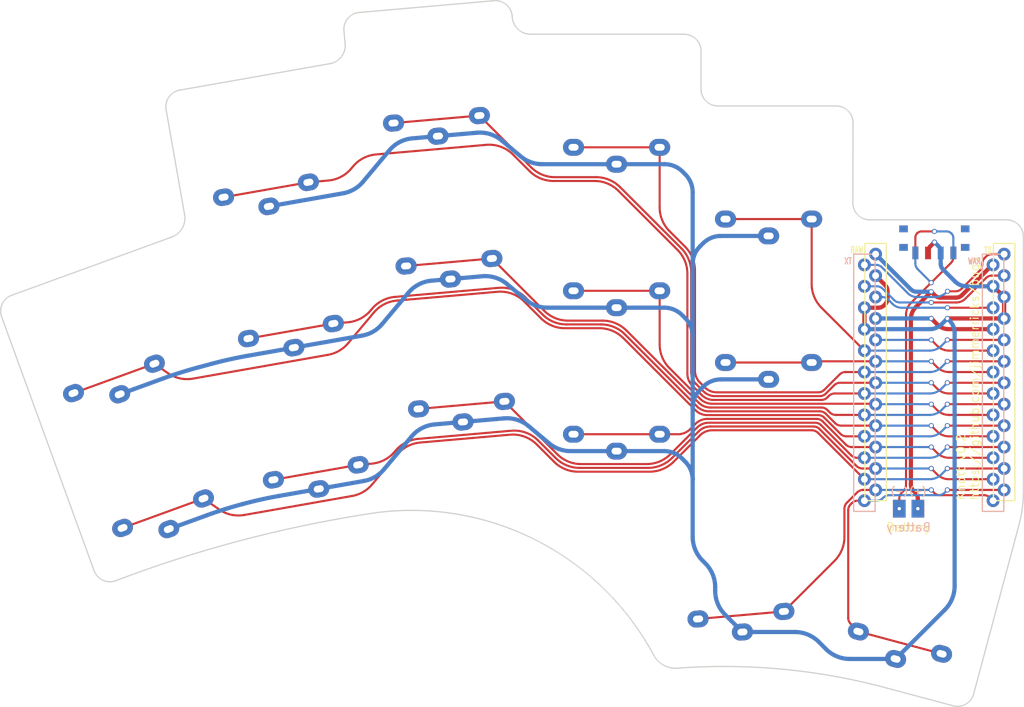
<source format=kicad_pcb>
(kicad_pcb (version 20210722) (generator pcbnew)
  (title_block (title "Knott") (date "2021-08-18") (rev "0.2") (company "jmnw"))
  (layers (0 "F.Cu" signal) (31 "B.Cu" signal) (34 "B.Paste" user) (35 "F.Paste" user) (36 "B.SilkS" user "B.Silkscreen") (37 "F.SilkS" user "F.Silkscreen") (38 "B.Mask" user) (39 "F.Mask" user) (44 "Edge.Cuts" user))
  (net 0 "")
  (net 1 "unconnected-(PSW1-Pad3)")
  (net 2 "switch1")
  (net 3 "switch2")
  (net 4 "switch3")
  (net 5 "switch4")
  (net 6 "switch5")
  (net 7 "switch6")
  (net 8 "switch7")
  (net 9 "switch8")
  (net 10 "switch9")
  (net 11 "switch10")
  (net 12 "switch11")
  (net 13 "switch12")
  (net 14 "switch13")
  (net 15 "switch14")
  (net 16 "switch15")
  (net 17 "unconnected-(U1-Pad22)")
  (net 18 "unconnected-(U1-Pad2)")
  (net 19 "unconnected-(U1-Pad1)")
  (net 20 "GND")
  (net 21 "VCC")
  (net 22 "Net-(BT1-Pad2)")
  (net 23 "raw")
  (net 24 "unconnected-(U1-Pad20)")
  (footprint "knott:Choc_reversible" (layer "F.Cu") (at 37.17001 76.683931 20)
    (fp_text reference "SW1" hide)
    (fp_text value "SW_PUSH" hide)
  )
  (footprint "knott:Choc_reversible" (layer "F.Cu") (at 55.831602 54.15043 10)
    (fp_text reference "SW2" hide)
    (fp_text value "SW_PUSH" hide)
  )
  (footprint "knott:Choc_reversible" (layer "F.Cu") (at 76.356697 45.759427 5)
    (fp_text reference "SW3" hide)
    (fp_text value "SW_PUSH" hide)
  )
  (footprint "knott:Choc_reversible" (layer "F.Cu") (at 98.027038 49.063452)
    (fp_text reference "SW4" hide)
    (fp_text value "SW_PUSH" hide)
  )
  (footprint "knott:Choc_reversible" (layer "F.Cu") (at 116.027041 57.563456)
    (fp_text reference "SW5" hide)
    (fp_text value "SW_PUSH" hide)
  )
  (footprint "knott:Choc_reversible" (layer "F.Cu") (at 42.984354 92.658699 20)
    (fp_text reference "SW6" hide)
    (fp_text value "SW_PUSH" hide)
  )
  (footprint "knott:Choc_reversible" (layer "F.Cu") (at 58.783617 70.892167 10)
    (fp_text reference "SW7" hide)
    (fp_text value "SW_PUSH" hide)
  )
  (footprint "knott:Choc_reversible" (layer "F.Cu") (at 77.838341 62.694735 5)
    (fp_text reference "SW8" hide)
    (fp_text value "SW_PUSH" hide)
  )
  (footprint "knott:Choc_reversible" (layer "F.Cu") (at 98.027045 66.063449)
    (fp_text reference "SW9" hide)
    (fp_text value "SW_PUSH" hide)
  )
  (footprint "knott:Choc_reversible" (layer "F.Cu") (at 116.027045 74.563455)
    (fp_text reference "SW10" hide)
    (fp_text value "SW_PUSH" hide)
  )
  (footprint "knott:Choc_reversible" (layer "F.Cu") (at 61.735635 87.633898 10)
    (fp_text reference "SW11" hide)
    (fp_text value "SW_PUSH" hide)
  )
  (footprint "knott:Choc_reversible" (layer "F.Cu") (at 79.319982 79.630056 5)
    (fp_text reference "SW12" hide)
    (fp_text value "SW_PUSH" hide)
  )
  (footprint "knott:Choc_reversible" (layer "F.Cu") (at 98.027045 83.063451)
    (fp_text reference "SW13" hide)
    (fp_text value "SW_PUSH" hide)
  )
  (footprint "knott:Choc_reversible" (layer "F.Cu") (at 112.415267 104.52259 5)
    (fp_text reference "SW14" hide)
    (fp_text value "SW_PUSH" hide)
  )
  (footprint "knott:Choc_reversible" (layer "F.Cu") (at 132.594999 107.893987 -15)
    (fp_text reference "SW15" hide)
    (fp_text value "SW_PUSH" hide)
  )
  (footprint "knott:ProMicro_reversible" (layer "F.Cu") (at 135.64704 80.101453)
    (fp_text reference "U1" hide)
    (fp_text value "ProMicro")
  )
  (footprint "knott:Battery_pads_reversible" (layer "F.Cu") (at 132.601581 95.786444 180)
    (fp_text reference "BT1" hide)
    (fp_text value "Battery_Cell")
  )
  (footprint "knott:Power_reversible" (layer "F.Cu") (at 135.655523 63.730268 180)
    (fp_text reference "PSW1" hide)
    (fp_text value "SW_SPDT")
  )
  (footprint "kbd:thread_m2" (layer "B.Cu") (at 58.062294 84.028821 -170)
    (fp_text reference "Ref**" hide)
    (fp_text value "Val**" hide)
  )
  (footprint "kbd:thread_m2" (layer "B.Cu") (at 55.108537 67.277234 -170)
    (fp_text reference "Ref**" hide)
    (fp_text value "Val**" hide)
  )
  (footprint "kbd:thread_m2" (layer "B.Cu") (at 113.035518 57.375268 180)
    (fp_text reference "Ref**" hide)
    (fp_text value "Val**" hide)
  )
  (gr_line (start 26.402839 70.49319) (end 45.338862 63.601039) (layer "Edge.Cuts") (width 0.15))
  (gr_arc (start 67.73283 38.975052) (end 67.558521 36.982662) (angle -90) (layer "Edge.Cuts") (width 0.15))
  (gr_line (start 25.207494 73.056614) (end 36.152309 103.127248) (layer "Edge.Cuts") (width 0.15))
  (gr_arc (start 144.19745 63.553053) (end 146.197446 63.553053) (angle -90) (layer "Edge.Cuts") (width 0.15))
  (gr_line (start 108.027064 41.5639) (end 108.027452 46.06305) (layer "Edge.Cuts") (width 0.15))
  (gr_line (start 130.136455 117.069845) (end 137.863858 119.140394) (layer "Edge.Cuts") (width 0.15))
  (gr_line (start 85.664335 37.406246) (end 85.678804 37.571616) (layer "Edge.Cuts") (width 0.15))
  (gr_arc (start 46.650461 48.153193) (end 46.303167 46.183579) (angle -90) (layer "Edge.Cuts") (width 0.15))
  (gr_arc (start 63.706828 40.898553) (end 64.085838 43.048011) (angle -84.99985992) (layer "Edge.Cuts") (width 0.15))
  (gr_line (start 128.001581 61.553052) (end 144.197449 61.553052) (layer "Edge.Cuts") (width 0.15))
  (gr_arc (start 130.939342 93.752496) (end 145.679681 97.702181) (angle -13.99443712) (layer "Edge.Cuts") (width 0.15))
  (gr_arc (start 91.240158 242.202808) (end 38.715733 104.322594) (angle 12.43815469) (layer "Edge.Cuts") (width 0.15))
  (gr_arc (start 110.739225 188.456424) (end 105.273751 114.683629) (angle 19.43846695) (layer "Edge.Cuts") (width 0.15))
  (gr_arc (start 27.086878 72.372575) (end 26.402839 70.49319) (angle -90) (layer "Edge.Cuts") (width 0.15))
  (gr_line (start 110.027453 48.06305) (end 124.027239 48.063268) (layer "Edge.Cuts") (width 0.15))
  (gr_arc (start 138.381497 117.208543) (end 137.863858 119.140394) (angle -90) (layer "Edge.Cuts") (width 0.15))
  (gr_line (start 140.313349 117.726182) (end 145.679681 97.702181) (layer "Edge.Cuts") (width 0.15))
  (gr_arc (start 124.027237 50.063266) (end 126.027238 50.063266) (angle -90) (layer "Edge.Cuts") (width 0.15))
  (gr_arc (start 38.031694 102.443209) (end 36.152309 103.127248) (angle -90) (layer "Edge.Cuts") (width 0.15))
  (gr_line (start 146.197446 63.553053) (end 146.19732 94.02033) (layer "Edge.Cuts") (width 0.15))
  (gr_arc (start 110.027452 46.06305) (end 108.027452 46.06305) (angle -90) (layer "Edge.Cuts") (width 0.15))
  (gr_line (start 87.853117 39.564002) (end 106.027064 39.5639) (layer "Edge.Cuts") (width 0.15))
  (gr_arc (start 105.017338 111.752825) (end 102.434869 113.162152) (angle -66.37745363) (layer "Edge.Cuts") (width 0.15))
  (gr_arc (start 87.853112 37.381388) (end 85.678804 37.571616) (angle -85.00013873) (layer "Edge.Cuts") (width 0.15))
  (gr_line (start 46.870952 60.947386) (end 44.680847 48.500489) (layer "Edge.Cuts") (width 0.15))
  (gr_arc (start 44.523656 61.361276) (end 45.338862 63.601039) (angle -79.99998711) (layer "Edge.Cuts") (width 0.15))
  (gr_arc (start 83.671946 37.580557) (end 85.664335 37.406246) (angle -90) (layer "Edge.Cuts") (width 0.15))
  (gr_arc (start 73.747139 128.531916) (end 69.645953 96.245763) (angle 69.05862332) (layer "Edge.Cuts") (width 0.15))
  (gr_line (start 65.740443 39.149362) (end 65.881141 40.708329) (layer "Edge.Cuts") (width 0.15))
  (gr_line (start 67.558521 36.982662) (end 83.497636 35.588168) (layer "Edge.Cuts") (width 0.15))
  (gr_line (start 46.303167 46.183579) (end 64.085838 43.048011) (layer "Edge.Cuts") (width 0.15))
  (gr_arc (start 106.027064 41.563898) (end 108.027064 41.5639) (angle -90) (layer "Edge.Cuts") (width 0.15))
  (gr_line (start 126.027238 50.063266) (end 126.001582 59.553053) (layer "Edge.Cuts") (width 0.15))
  (gr_arc (start 128.001577 59.553052) (end 126.001582 59.553053) (angle -90) (layer "Edge.Cuts") (width 0.15))
  (gr_text "Knott v0.2\nhttps://github.com/jimmerricks/bugs" (at 139.61 94.87 90) (layer "F.SilkS") (effects (font (size 1 1) (thickness 0.12)) (justify left)))
  (segment (start 133.61055 63.160252) (end 133.635496 63.135299) (width 0.25) (layer "F.Cu") (net 1))
  (segment (start 134.130473 62.930277) (end 135.660528 62.930274) (width 0.25) (layer "F.Cu") (net 1))
  (segment (start 133.405529 65.480274) (end 133.40552 63.655221) (width 0.25) (layer "F.Cu") (net 1))
  (via (at 135.660528 62.930274) (size 0.6) (drill 0.4) (layers "F.Cu" "B.Cu") (net 1))
  (arc (start 133.61055 63.160252) (mid 133.458808 63.387343) (end 133.40552 63.655221) (width 0.25) (layer "F.Cu") (net 1))
  (arc (start 133.635496 63.135299) (mid 133.862591 62.983563) (end 134.130473 62.930277) (width 0.25) (layer "F.Cu") (net 1))
  (segment (start 137.14058 62.930273) (end 135.660528 62.930274) (width 0.25) (layer "B.Cu") (net 1))
  (segment (start 137.905521 65.480275) (end 137.905521 63.695223) (width 0.25) (layer "B.Cu") (net 1))
  (segment (start 137.7005 63.200252) (end 137.635544 63.1353) (width 0.25) (layer "B.Cu") (net 1))
  (arc (start 137.905521 63.695223) (mid 137.852245 63.427342) (end 137.7005 63.200252) (width 0.25) (layer "B.Cu") (net 1))
  (arc (start 137.14058 62.930273) (mid 137.408448 62.983557) (end 137.635544 63.1353) (width 0.25) (layer "B.Cu") (net 1))
  (segment (start 125.249126 87.213453) (end 127.37204 87.213453) (width 0.25) (layer "F.Cu") (net 2))
  (segment (start 43.296318 78.604432) (end 44.874896 79.709758) (width 0.25) (layer "F.Cu") (net 2))
  (segment (start 66.227034 76.184184) (end 69.287837 72.536461) (width 0.25) (layer "F.Cu") (net 2))
  (segment (start 91.908567 74.39971) (end 95.994111 74.39971) (width 0.25) (layer "F.Cu") (net 2))
  (segment (start 143.918445 85.943456) (end 137.195041 85.943453) (width 0.25) (layer "F.Cu") (net 2))
  (segment (start 98.822539 75.571283) (end 107.36259 84.111334) (width 0.25) (layer "F.Cu") (net 2))
  (segment (start 47.863794 80.37238) (end 63.857448 77.552269) (width 0.25) (layer "F.Cu") (net 2))
  (segment (start 33.711463 82.093031) (end 43.296329 78.604423) (width 0.25) (layer "F.Cu") (net 2))
  (segment (start 72.003392 71.122829) (end 83.912248 70.080944) (width 0.25) (layer "F.Cu") (net 2))
  (segment (start 122.611472 84.990013) (end 124.542019 86.92056) (width 0.25) (layer "F.Cu") (net 2))
  (segment (start 87.089295 71.237293) (end 89.080147 73.228138) (width 0.25) (layer "F.Cu") (net 2))
  (segment (start 108.776803 84.69712) (end 121.904365 84.69712) (width 0.25) (layer "F.Cu") (net 2))
  (via (at 137.195041 85.943453) (size 0.6) (drill 0.4) (layers "F.Cu" "B.Cu") (net 2))
  (arc (start 107.36259 84.111334) (mid 108.011436 84.544879) (end 108.776803 84.69712) (width 0.25) (layer "F.Cu") (net 2))
  (arc (start 122.611472 84.990013) (mid 122.287049 84.77324) (end 121.904365 84.69712) (width 0.25) (layer "F.Cu") (net 2))
  (arc (start 124.542019 86.92056) (mid 124.866442 87.137333) (end 125.249126 87.213453) (width 0.25) (layer "F.Cu") (net 2))
  (arc (start 83.912248 70.080944) (mid 85.628949 70.306948) (end 87.089295 71.237293) (width 0.25) (layer "F.Cu") (net 2))
  (arc (start 63.857448 77.552269) (mid 65.162856 77.077134) (end 66.227034 76.184184) (width 0.25) (layer "F.Cu") (net 2))
  (arc (start 95.994111 74.39971) (mid 97.524844 74.704191) (end 98.822539 75.571283) (width 0.25) (layer "F.Cu") (net 2))
  (arc (start 89.080147 73.228138) (mid 90.377841 74.095227) (end 91.908567 74.39971) (width 0.25) (layer "F.Cu") (net 2))
  (arc (start 69.287837 72.536461) (mid 70.505023 71.559569) (end 72.003392 71.122829) (width 0.25) (layer "F.Cu") (net 2))
  (arc (start 44.874896 79.709758) (mid 46.303444 80.338334) (end 47.863794 80.37238) (width 0.25) (layer "F.Cu") (net 2))
  (segment (start 127.372041 87.213455) (end 135.096606 87.213457) (width 0.25) (layer "B.Cu") (net 2))
  (segment (start 136.510818 86.627674) (end 137.195041 85.943453) (width 0.25) (layer "B.Cu") (net 2))
  (arc (start 136.510818 86.627674) (mid 135.861971 87.061218) (end 135.096606 87.213457) (width 0.25) (layer "B.Cu") (net 2))
  (segment (start 98.246901 58.121764) (end 105.238427 65.11329) (width 0.25) (layer "F.Cu") (net 3))
  (segment (start 61.531351 57.105578) (end 63.884509 56.8997) (width 0.25) (layer "F.Cu") (net 3))
  (segment (start 70.339715 53.739162) (end 70.341137 53.740352) (width 0.25) (layer "F.Cu") (net 3))
  (segment (start 70.341137 53.740352) (end 82.589444 52.668762) (width 0.25) (layer "F.Cu") (net 3))
  (segment (start 122.982893 82.606147) (end 123.162694 82.426346) (width 0.25) (layer "F.Cu") (net 3))
  (segment (start 143.918449 80.863448) (end 137.19504 80.863453) (width 0.25) (layer "F.Cu") (net 3))
  (segment (start 106.41 67.941717) (end 106.41 79.787448) (width 0.25) (layer "F.Cu") (net 3))
  (segment (start 123.869801 82.133453) (end 127.37204 82.133453) (width 0.25) (layer "F.Cu") (net 3))
  (segment (start 66.600062 55.486076) (end 66.820738 55.223082) (width 0.25) (layer "F.Cu") (net 3))
  (segment (start 90.548434 56.95019) (end 95.418476 56.950191) (width 0.25) (layer "F.Cu") (net 3))
  (segment (start 109.521593 82.89904) (end 122.275786 82.89904) (width 0.25) (layer "F.Cu") (net 3))
  (segment (start 106.995787 81.201662) (end 108.10738 82.313254) (width 0.25) (layer "F.Cu") (net 3))
  (segment (start 51.486302 58.876788) (end 61.531348 57.10558) (width 0.25) (layer "F.Cu") (net 3))
  (segment (start 69.536298 53.809447) (end 70.339715 53.739162) (width 0.25) (layer "F.Cu") (net 3))
  (segment (start 85.766501 53.825113) (end 87.719999 55.778617) (width 0.25) (layer "F.Cu") (net 3))
  (via (at 137.19504 80.863453) (size 0.6) (drill 0.4) (layers "F.Cu" "B.Cu") (net 3))
  (arc (start 122.275786 82.89904) (mid 122.658469 82.82292) (end 122.982893 82.606147) (width 0.25) (layer "F.Cu") (net 3))
  (arc (start 123.162694 82.426346) (mid 123.487117 82.209573) (end 123.869801 82.133453) (width 0.25) (layer "F.Cu") (net 3))
  (arc (start 66.820738 55.223082) (mid 68.037927 54.246187) (end 69.536298 53.809447) (width 0.25) (layer "F.Cu") (net 3))
  (arc (start 106.995787 81.201662) (mid 106.562241 80.552815) (end 106.41 79.787448) (width 0.25) (layer "F.Cu") (net 3))
  (arc (start 105.238427 65.11329) (mid 106.105518 66.410983) (end 106.41 67.941717) (width 0.25) (layer "F.Cu") (net 3))
  (arc (start 63.884509 56.8997) (mid 65.382881 56.462966) (end 66.600062 55.486076) (width 0.25) (layer "F.Cu") (net 3))
  (arc (start 109.521593 82.89904) (mid 108.756226 82.746799) (end 108.10738 82.313254) (width 0.25) (layer "F.Cu") (net 3))
  (arc (start 82.589444 52.668762) (mid 84.306149 52.894776) (end 85.766501 53.825113) (width 0.25) (layer "F.Cu") (net 3))
  (arc (start 87.719999 55.778617) (mid 89.017694 56.645709) (end 90.548434 56.95019) (width 0.25) (layer "F.Cu") (net 3))
  (arc (start 95.418476 56.950191) (mid 96.949209 57.254671) (end 98.246901 58.121764) (width 0.25) (layer "F.Cu") (net 3))
  (segment (start 127.372049 82.133456) (end 135.096611 82.133451) (width 0.25) (layer "B.Cu") (net 3))
  (segment (start 136.510827 81.547666) (end 137.19504 80.863453) (width 0.25) (layer "B.Cu") (net 3))
  (arc (start 135.096611 82.133451) (mid 135.861977 81.981213) (end 136.510827 81.547666) (width 0.25) (layer "B.Cu") (net 3))
  (segment (start 142.612043 82.133458) (end 137.388465 82.133451) (width 0.25) (layer "F.Cu") (net 4))
  (segment (start 81.77719 49.200097) (end 87.9062 55.329095) (width 0.25) (layer "F.Cu") (net 4))
  (segment (start 135.974251 81.547668) (end 135.290039 80.863456) (width 0.25) (layer "F.Cu") (net 4))
  (segment (start 98.4331 57.672244) (end 98.433099 57.672244) (width 0.25) (layer "F.Cu") (net 4))
  (segment (start 124.504083 80.863453) (end 128.69844 80.863453) (width 0.25) (layer "F.Cu") (net 4))
  (segment (start 122.796695 82.156627) (end 123.796976 81.156346) (width 0.25) (layer "F.Cu") (net 4))
  (segment (start 109.70779 82.44952) (end 122.089588 82.44952) (width 0.25) (layer "F.Cu") (net 4))
  (segment (start 90.734625 56.500672) (end 95.604672 56.500668) (width 0.25) (layer "F.Cu") (net 4))
  (segment (start 107.445307 81.015464) (end 108.293577 81.863734) (width 0.25) (layer "F.Cu") (net 4))
  (segment (start 98.433099 57.672244) (end 105.687947 64.927093) (width 0.25) (layer "F.Cu") (net 4))
  (segment (start 106.85952 67.75552) (end 106.85952 79.60125) (width 0.25) (layer "F.Cu") (net 4))
  (segment (start 71.616008 50.089077) (end 81.777194 49.20009) (width 0.25) (layer "F.Cu") (net 4))
  (via (at 135.290039 80.863456) (size 0.6) (drill 0.4) (layers "F.Cu" "B.Cu") (net 4))
  (arc (start 95.604672 56.500668) (mid 97.135404 56.805155) (end 98.4331 57.672244) (width 0.25) (layer "F.Cu") (net 4))
  (arc (start 87.9062 55.329095) (mid 89.203893 56.196189) (end 90.734625 56.500672) (width 0.25) (layer "F.Cu") (net 4))
  (arc (start 105.687947 64.927093) (mid 106.555038 66.224786) (end 106.85952 67.75552) (width 0.25) (layer "F.Cu") (net 4))
  (arc (start 137.388465 82.133451) (mid 136.623099 81.98121) (end 135.974251 81.547668) (width 0.25) (layer "F.Cu") (net 4))
  (arc (start 109.70779 82.44952) (mid 108.942423 82.297279) (end 108.293577 81.863734) (width 0.25) (layer "F.Cu") (net 4))
  (arc (start 122.796695 82.156627) (mid 122.472272 82.3734) (end 122.089588 82.44952) (width 0.25) (layer "F.Cu") (net 4))
  (arc (start 106.85952 79.60125) (mid 107.011761 80.366617) (end 107.445307 81.015464) (width 0.25) (layer "F.Cu") (net 4))
  (arc (start 123.796976 81.156346) (mid 124.121399 80.939573) (end 124.504083 80.863453) (width 0.25) (layer "F.Cu") (net 4))
  (segment (start 128.698438 80.863456) (end 135.290039 80.863456) (width 0.25) (layer "B.Cu") (net 4))
  (segment (start 107.894827 80.829267) (end 108.479774 81.414214) (width 0.25) (layer "F.Cu") (net 5))
  (segment (start 104.298614 62.902042) (end 106.137468 64.740896) (width 0.25) (layer "F.Cu") (net 5))
  (segment (start 122.610497 81.707107) (end 124.431258 79.886346) (width 0.25) (layer "F.Cu") (net 5))
  (segment (start 104.298614 62.902038) (end 104.298614 62.902042) (width 0.25) (layer "F.Cu") (net 5))
  (segment (start 109.893987 82) (end 121.90339 82) (width 0.25) (layer "F.Cu") (net 5))
  (segment (start 143.918446 78.323455) (end 137.195042 78.323455) (width 0.25) (layer "F.Cu") (net 5))
  (segment (start 107.30904 67.569323) (end 107.30904 79.415053) (width 0.25) (layer "F.Cu") (net 5))
  (segment (start 103.127041 52.963453) (end 103.12704 60.073612) (width 0.25) (layer "F.Cu") (net 5))
  (segment (start 125.138365 79.593453) (end 127.37204 79.593453) (width 0.25) (layer "F.Cu") (net 5))
  (segment (start 92.927038 52.963452) (end 103.127042 52.963454) (width 0.25) (layer "F.Cu") (net 5))
  (via (at 137.195042 78.323455) (size 0.6) (drill 0.4) (layers "F.Cu" "B.Cu") (net 5))
  (arc (start 103.12704 60.073612) (mid 103.431521 61.604346) (end 104.298614 62.902038) (width 0.25) (layer "F.Cu") (net 5))
  (arc (start 107.30904 67.569323) (mid 107.004558 66.03859) (end 106.137468 64.740896) (width 0.25) (layer "F.Cu") (net 5))
  (arc (start 124.431258 79.886346) (mid 124.755681 79.669573) (end 125.138365 79.593453) (width 0.25) (layer "F.Cu") (net 5))
  (arc (start 122.610497 81.707107) (mid 122.286074 81.92388) (end 121.90339 82) (width 0.25) (layer "F.Cu") (net 5))
  (arc (start 107.894827 80.829267) (mid 107.461281 80.18042) (end 107.30904 79.415053) (width 0.25) (layer "F.Cu") (net 5))
  (arc (start 108.479774 81.414214) (mid 109.12862 81.847759) (end 109.893987 82) (width 0.25) (layer "F.Cu") (net 5))
  (segment (start 136.510829 79.007665) (end 137.195042 78.323455) (width 0.25) (layer "B.Cu") (net 5))
  (segment (start 127.372044 79.593452) (end 135.09661 79.593454) (width 0.25) (layer "B.Cu") (net 5))
  (segment (start 137.096616 78.42188) (end 137.195042 78.323455) (width 0.25) (layer "B.Cu") (net 5))
  (arc (start 136.510829 79.007665) (mid 135.861977 79.441215) (end 135.09661 79.593454) (width 0.25) (layer "B.Cu") (net 5))
  (segment (start 143.918445 75.783454) (end 137.195043 75.783451) (width 0.25) (layer "F.Cu") (net 6))
  (segment (start 121.127041 69.1516) (end 121.127041 61.463456) (width 0.25) (layer "F.Cu") (net 6))
  (segment (start 127.37204 77.053453) (end 122.298614 71.980027) (width 0.25) (layer "F.Cu") (net 6))
  (segment (start 110.927041 61.463455) (end 121.127044 61.463456) (width 0.25) (layer "F.Cu") (net 6))
  (via (at 137.195043 75.783451) (size 0.6) (drill 0.4) (layers "F.Cu" "B.Cu") (net 6))
  (arc (start 121.127041 69.1516) (mid 121.431523 70.682334) (end 122.298614 71.980027) (width 0.25) (layer "F.Cu") (net 6))
  (segment (start 136.510827 76.467667) (end 137.195043 75.783451) (width 0.25) (layer "B.Cu") (net 6))
  (segment (start 127.372038 77.053454) (end 135.096617 77.053455) (width 0.25) (layer "B.Cu") (net 6))
  (arc (start 135.096617 77.053455) (mid 135.861978 76.901211) (end 136.510827 76.467667) (width 0.25) (layer "B.Cu") (net 6))
  (segment (start 101.947228 91.39971) (end 93.454904 91.39971) (width 0.25) (layer "F.Cu") (net 7))
  (segment (start 85.39488 87.017244) (end 74.774654 87.946394) (width 0.25) (layer "F.Cu") (net 7))
  (segment (start 39.525803 98.067802) (end 49.110666 94.579191) (width 0.25) (layer "F.Cu") (net 7))
  (segment (start 107.922805 87.080987) (end 104.775655 90.228137) (width 0.25) (layer "F.Cu") (net 7))
  (segment (start 121.86668 86.788093) (end 127.37204 92.293453) (width 0.25) (layer "F.Cu") (net 7))
  (segment (start 50.950122 95.867202) (end 49.110664 94.579198) (width 0.25) (layer "F.Cu") (net 7))
  (segment (start 143.918446 91.023457) (end 137.195046 91.023455) (width 0.25) (layer "F.Cu") (net 7))
  (segment (start 66.710981 94.277782) (end 53.939022 96.529823) (width 0.25) (layer "F.Cu") (net 7))
  (segment (start 90.626475 90.22814) (end 88.57193 88.173593) (width 0.25) (layer "F.Cu") (net 7))
  (segment (start 72.059102 89.36002) (end 69.080567 92.909701) (width 0.25) (layer "F.Cu") (net 7))
  (segment (start 121.159573 86.4952) (end 109.337019 86.4952) (width 0.25) (layer "F.Cu") (net 7))
  (via (at 137.195046 91.023455) (size 0.6) (drill 0.4) (layers "F.Cu" "B.Cu") (net 7))
  (arc (start 93.454904 91.39971) (mid 91.924172 91.095233) (end 90.626475 90.22814) (width 0.25) (layer "F.Cu") (net 7))
  (arc (start 109.337019 86.4952) (mid 108.571652 86.647441) (end 107.922805 87.080987) (width 0.25) (layer "F.Cu") (net 7))
  (arc (start 69.080567 92.909701) (mid 68.016389 93.802653) (end 66.710981 94.277782) (width 0.25) (layer "F.Cu") (net 7))
  (arc (start 74.774654 87.946394) (mid 73.276282 88.383126) (end 72.059102 89.36002) (width 0.25) (layer "F.Cu") (net 7))
  (arc (start 104.775655 90.228137) (mid 103.477962 91.095228) (end 101.947228 91.39971) (width 0.25) (layer "F.Cu") (net 7))
  (arc (start 121.159573 86.4952) (mid 121.542256 86.57132) (end 121.86668 86.788093) (width 0.25) (layer "F.Cu") (net 7))
  (arc (start 53.939022 96.529823) (mid 52.378669 96.495777) (end 50.950122 95.867202) (width 0.25) (layer "F.Cu") (net 7))
  (arc (start 88.57193 88.173593) (mid 87.111584 87.243249) (end 85.39488 87.017244) (width 0.25) (layer "F.Cu") (net 7))
  (segment (start 127.372043 92.293453) (end 135.096621 92.293454) (width 0.25) (layer "B.Cu") (net 7))
  (segment (start 136.510836 91.707665) (end 137.195046 91.023455) (width 0.25) (layer "B.Cu") (net 7))
  (arc (start 135.096621 92.293454) (mid 135.861989 92.141215) (end 136.510836 91.707665) (width 0.25) (layer "B.Cu") (net 7))
  (segment (start 68.91311 72.283711) (end 69.065704 72.101857) (width 0.25) (layer "F.Cu") (net 8))
  (segment (start 64.48336 73.847308) (end 66.197558 73.697338) (width 0.25) (layer "F.Cu") (net 8))
  (segment (start 87.25637 70.768644) (end 89.266341 72.778619) (width 0.25) (layer "F.Cu") (net 8))
  (segment (start 122.79767 84.540493) (end 123.907737 85.65056) (width 0.25) (layer "F.Cu") (net 8))
  (segment (start 92.09477 73.95019) (end 96.180305 73.950189) (width 0.25) (layer "F.Cu") (net 8))
  (segment (start 54.43833 75.618519) (end 64.483364 73.847303) (width 0.25) (layer "F.Cu") (net 8))
  (segment (start 108.962997 84.2476) (end 122.090563 84.2476) (width 0.25) (layer "F.Cu") (net 8))
  (segment (start 124.614844 85.943453) (end 128.69844 85.943453) (width 0.25) (layer "F.Cu") (net 8))
  (segment (start 135.974255 86.627662) (end 135.290044 85.943454) (width 0.25) (layer "F.Cu") (net 8))
  (segment (start 99.008732 75.121762) (end 107.548784 83.661814) (width 0.25) (layer "F.Cu") (net 8))
  (segment (start 71.781254 70.688237) (end 84.079322 69.612296) (width 0.25) (layer "F.Cu") (net 8))
  (segment (start 142.612046 87.213455) (end 137.388466 87.213449) (width 0.25) (layer "F.Cu") (net 8))
  (via (at 135.290044 85.943454) (size 0.6) (drill 0.4) (layers "F.Cu" "B.Cu") (net 8))
  (arc (start 69.065704 72.101857) (mid 70.282886 71.124965) (end 71.781254 70.688237) (width 0.25) (layer "F.Cu") (net 8))
  (arc (start 107.548784 83.661814) (mid 108.19763 84.095359) (end 108.962997 84.2476) (width 0.25) (layer "F.Cu") (net 8))
  (arc (start 122.79767 84.540493) (mid 122.473247 84.32372) (end 122.090563 84.2476) (width 0.25) (layer "F.Cu") (net 8))
  (arc (start 84.079322 69.612296) (mid 85.796019 69.838304) (end 87.25637 70.768644) (width 0.25) (layer "F.Cu") (net 8))
  (arc (start 135.974255 86.627662) (mid 136.623098 87.061211) (end 137.388466 87.213449) (width 0.25) (layer "F.Cu") (net 8))
  (arc (start 96.180305 73.950189) (mid 97.711039 74.25467) (end 99.008732 75.121762) (width 0.25) (layer "F.Cu") (net 8))
  (arc (start 89.266341 72.778619) (mid 90.564035 73.645711) (end 92.09477 73.95019) (width 0.25) (layer "F.Cu") (net 8))
  (arc (start 123.907737 85.65056) (mid 124.23216 85.867333) (end 124.614844 85.943453) (width 0.25) (layer "F.Cu") (net 8))
  (arc (start 66.197558 73.697338) (mid 67.69593 73.260601) (end 68.91311 72.283711) (width 0.25) (layer "F.Cu") (net 8))
  (segment (start 128.698445 85.943454) (end 135.290044 85.943454) (width 0.25) (layer "B.Cu") (net 8))
  (segment (start 99.194941 74.672246) (end 107.734989 83.212294) (width 0.25) (layer "F.Cu") (net 9))
  (segment (start 123.980562 84.673453) (end 127.37204 84.673453) (width 0.25) (layer "F.Cu") (net 9))
  (segment (start 83.25884 66.1354) (end 89.452535 72.3291) (width 0.25) (layer "F.Cu") (net 9))
  (segment (start 73.097651 67.02439) (end 83.25884 66.135406) (width 0.25) (layer "F.Cu") (net 9))
  (segment (start 143.918445 83.403452) (end 137.195041 83.403456) (width 0.25) (layer "F.Cu") (net 9))
  (segment (start 122.983868 84.090973) (end 123.273455 84.38056) (width 0.25) (layer "F.Cu") (net 9))
  (segment (start 109.149202 83.79808) (end 122.276761 83.79808) (width 0.25) (layer "F.Cu") (net 9))
  (segment (start 92.280961 73.500674) (end 96.366516 73.500676) (width 0.25) (layer "F.Cu") (net 9))
  (via (at 137.195041 83.403456) (size 0.6) (drill 0.4) (layers "F.Cu" "B.Cu") (net 9))
  (arc (start 107.734989 83.212294) (mid 108.383835 83.645839) (end 109.149202 83.79808) (width 0.25) (layer "F.Cu") (net 9))
  (arc (start 96.366516 73.500676) (mid 97.897248 73.805154) (end 99.194941 74.672246) (width 0.25) (layer "F.Cu") (net 9))
  (arc (start 122.983868 84.090973) (mid 122.659445 83.8742) (end 122.276761 83.79808) (width 0.25) (layer "F.Cu") (net 9))
  (arc (start 89.452535 72.3291) (mid 90.750232 73.196189) (end 92.280961 73.500674) (width 0.25) (layer "F.Cu") (net 9))
  (arc (start 123.273455 84.38056) (mid 123.597878 84.597333) (end 123.980562 84.673453) (width 0.25) (layer "F.Cu") (net 9))
  (segment (start 136.510825 84.087667) (end 137.195041 83.403456) (width 0.25) (layer "B.Cu") (net 9))
  (segment (start 127.372039 84.673444) (end 135.096611 84.673455) (width 0.25) (layer "B.Cu") (net 9))
  (segment (start 137.096616 83.501878) (end 137.195041 83.403456) (width 0.25) (layer "B.Cu") (net 9))
  (arc (start 135.096611 84.673455) (mid 135.861979 84.521211) (end 136.510825 84.087667) (width 0.25) (layer "B.Cu") (net 9))
  (segment (start 104.29862 79.140211) (end 107.921183 82.762774) (width 0.25) (layer "F.Cu") (net 10))
  (segment (start 109.335396 83.34856) (end 128.643547 83.34856) (width 0.25) (layer "F.Cu") (net 10))
  (segment (start 142.61204 84.673456) (end 137.388468 84.673452) (width 0.25) (layer "F.Cu") (net 10))
  (segment (start 135.974256 84.087666) (end 135.290043 83.403452) (width 0.25) (layer "F.Cu") (net 10))
  (segment (start 104.298619 79.140211) (end 104.29862 79.140211) (width 0.25) (layer "F.Cu") (net 10))
  (segment (start 103.127046 76.311784) (end 103.127047 69.96345) (width 0.25) (layer "F.Cu") (net 10))
  (segment (start 92.927035 69.963452) (end 103.127053 69.963454) (width 0.25) (layer "F.Cu") (net 10))
  (via (at 135.290043 83.403452) (size 0.6) (drill 0.4) (layers "F.Cu" "B.Cu") (net 10))
  (arc (start 107.921183 82.762774) (mid 108.570029 83.196319) (end 109.335396 83.34856) (width 0.25) (layer "F.Cu") (net 10))
  (arc (start 137.388468 84.673452) (mid 136.623103 84.521209) (end 135.974256 84.087666) (width 0.25) (layer "F.Cu") (net 10))
  (arc (start 104.298619 79.140211) (mid 103.431527 77.842518) (end 103.127046 76.311784) (width 0.25) (layer "F.Cu") (net 10))
  (segment (start 128.698447 83.403452) (end 135.290043 83.403452) (width 0.25) (layer "B.Cu") (net 10))
  (segment (start 142.61204 79.593457) (end 137.388476 79.593457) (width 0.25) (layer "F.Cu") (net 11))
  (segment (start 110.927048 78.463452) (end 121.127043 78.463453) (width 0.25) (layer "F.Cu") (net 11))
  (segment (start 121.267047 78.323453) (end 121.127045 78.463455) (width 0.25) (layer "F.Cu") (net 11))
  (segment (start 135.974264 79.007667) (end 135.290047 78.323454) (width 0.25) (layer "F.Cu") (net 11))
  (segment (start 128.69844 78.323453) (end 121.267047 78.323453) (width 0.25) (layer "F.Cu") (net 11))
  (via (at 135.290047 78.323454) (size 0.6) (drill 0.4) (layers "F.Cu" "B.Cu") (net 11))
  (arc (start 137.388476 79.593457) (mid 136.623108 79.441212) (end 135.974264 79.007667) (width 0.25) (layer "F.Cu") (net 11))
  (segment (start 128.698441 78.323452) (end 135.290047 78.323454) (width 0.25) (layer "B.Cu") (net 11))
  (segment (start 71.744156 89.036023) (end 71.837941 88.924257) (width 0.25) (layer "F.Cu") (net 12))
  (segment (start 127.151972 91.023453) (end 128.69844 91.023453) (width 0.25) (layer "F.Cu") (net 12))
  (segment (start 57.390345 92.360255) (end 67.435383 90.589039) (width 0.25) (layer "F.Cu") (net 12))
  (segment (start 74.55349 87.510633) (end 85.560962 86.547603) (width 0.25) (layer "F.Cu") (net 12))
  (segment (start 135.974256 91.70767) (end 135.290044 91.023458) (width 0.25) (layer "F.Cu") (net 12))
  (segment (start 67.435382 90.589041) (end 69.028606 90.449654) (width 0.25) (layer "F.Cu") (net 12))
  (segment (start 93.641098 90.950191) (end 101.76103 90.950191) (width 0.25) (layer "F.Cu") (net 12))
  (segment (start 122.052878 86.338573) (end 126.444865 90.73056) (width 0.25) (layer "F.Cu") (net 12))
  (segment (start 88.73801 87.703955) (end 90.812673 89.778616) (width 0.25) (layer "F.Cu") (net 12))
  (segment (start 104.589457 89.778618) (end 107.736609 86.631466) (width 0.25) (layer "F.Cu") (net 12))
  (segment (start 142.612047 92.293455) (end 137.388469 92.293455) (width 0.25) (layer "F.Cu") (net 12))
  (segment (start 109.150822 86.04568) (end 121.345771 86.04568) (width 0.25) (layer "F.Cu") (net 12))
  (segment (start 135.290044 91.023458) (end 135.388473 91.121877) (width 0.25) (layer "F.Cu") (net 12))
  (via (at 135.290044 91.023458) (size 0.6) (drill 0.4) (layers "F.Cu" "B.Cu") (net 12))
  (arc (start 85.560962 86.547603) (mid 87.277659 86.773612) (end 88.73801 87.703955) (width 0.25) (layer "F.Cu") (net 12))
  (arc (start 122.052878 86.338573) (mid 121.728455 86.1218) (end 121.345771 86.04568) (width 0.25) (layer "F.Cu") (net 12))
  (arc (start 90.812673 89.778616) (mid 92.110367 90.645706) (end 93.641098 90.950191) (width 0.25) (layer "F.Cu") (net 12))
  (arc (start 71.837941 88.924257) (mid 73.055118 87.947366) (end 74.55349 87.510633) (width 0.25) (layer "F.Cu") (net 12))
  (arc (start 101.76103 90.950191) (mid 103.291764 90.645709) (end 104.589457 89.778618) (width 0.25) (layer "F.Cu") (net 12))
  (arc (start 127.151972 91.023453) (mid 126.769289 90.947333) (end 126.444865 90.73056) (width 0.25) (layer "F.Cu") (net 12))
  (arc (start 137.388469 92.293455) (mid 136.6231 92.141211) (end 135.974256 91.70767) (width 0.25) (layer "F.Cu") (net 12))
  (arc (start 69.028606 90.449654) (mid 70.526974 90.012921) (end 71.744156 89.036023) (width 0.25) (layer "F.Cu") (net 12))
  (arc (start 109.150822 86.04568) (mid 108.385455 86.197921) (end 107.736609 86.631466) (width 0.25) (layer "F.Cu") (net 12))
  (segment (start 128.698446 91.023456) (end 135.290044 91.023458) (width 0.25) (layer "B.Cu") (net 12))
  (segment (start 143.918443 88.483459) (end 137.19504 88.483459) (width 0.25) (layer "F.Cu") (net 13))
  (segment (start 121.531969 85.59616) (end 108.964625 85.59616) (width 0.25) (layer "F.Cu") (net 13))
  (segment (start 101.574831 90.500672) (end 93.827297 90.500672) (width 0.25) (layer "F.Cu") (net 13))
  (segment (start 125.810583 89.46056) (end 122.239076 85.889053) (width 0.25) (layer "F.Cu") (net 13))
  (segment (start 107.550412 86.181946) (end 104.403258 89.329099) (width 0.25) (layer "F.Cu") (net 13))
  (segment (start 74.579296 83.959701) (end 84.740477 83.070713) (width 0.25) (layer "F.Cu") (net 13))
  (segment (start 90.998864 89.329099) (end 84.740482 83.070717) (width 0.25) (layer "F.Cu") (net 13))
  (segment (start 127.37204 89.753453) (end 126.51769 89.753453) (width 0.25) (layer "F.Cu") (net 13))
  (segment (start 90.998868 89.3291) (end 90.998864 89.329099) (width 0.25) (layer "F.Cu") (net 13))
  (via (at 137.19504 88.483459) (size 0.6) (drill 0.4) (layers "F.Cu" "B.Cu") (net 13))
  (arc (start 101.574831 90.500672) (mid 103.105565 90.19619) (end 104.403258 89.329099) (width 0.25) (layer "F.Cu") (net 13))
  (arc (start 125.810583 89.46056) (mid 126.135006 89.677333) (end 126.51769 89.753453) (width 0.25) (layer "F.Cu") (net 13))
  (arc (start 93.827297 90.500672) (mid 92.296563 90.196191) (end 90.998868 89.3291) (width 0.25) (layer "F.Cu") (net 13))
  (arc (start 107.550412 86.181946) (mid 108.199258 85.748401) (end 108.964625 85.59616) (width 0.25) (layer "F.Cu") (net 13))
  (arc (start 122.239076 85.889053) (mid 121.914653 85.67228) (end 121.531969 85.59616) (width 0.25) (layer "F.Cu") (net 13))
  (segment (start 127.372042 89.753449) (end 135.096619 89.753452) (width 0.25) (layer "B.Cu") (net 13))
  (segment (start 136.510834 89.167663) (end 137.19504 88.483459) (width 0.25) (layer "B.Cu") (net 13))
  (arc (start 135.096619 89.753452) (mid 135.861985 89.601211) (end 136.510834 89.167663) (width 0.25) (layer "B.Cu") (net 13))
  (segment (start 121.718167 85.14664) (end 108.778427 85.14664) (width 0.25) (layer "F.Cu") (net 14))
  (segment (start 125.176301 88.19056) (end 122.425274 85.439533) (width 0.25) (layer "F.Cu") (net 14))
  (segment (start 128.69844 88.483453) (end 125.883408 88.483453) (width 0.25) (layer "F.Cu") (net 14))
  (segment (start 135.974258 89.167664) (end 135.290045 88.483451) (width 0.25) (layer "F.Cu") (net 14))
  (segment (start 135.290045 88.483451) (end 135.388468 88.581882) (width 0.25) (layer "F.Cu") (net 14))
  (segment (start 105.304762 86.963451) (end 103.127045 86.963451) (width 0.25) (layer "F.Cu") (net 14))
  (segment (start 92.927038 86.96346) (end 103.127037 86.96345) (width 0.25) (layer "F.Cu") (net 14))
  (segment (start 107.364213 85.732427) (end 106.718975 86.377665) (width 0.25) (layer "F.Cu") (net 14))
  (segment (start 142.612041 89.753451) (end 137.388472 89.753453) (width 0.25) (layer "F.Cu") (net 14))
  (via (at 135.290045 88.483451) (size 0.6) (drill 0.4) (layers "F.Cu" "B.Cu") (net 14))
  (arc (start 125.883408 88.483453) (mid 125.500725 88.407333) (end 125.176301 88.19056) (width 0.25) (layer "F.Cu") (net 14))
  (arc (start 106.718975 86.377665) (mid 106.070129 86.81121) (end 105.304762 86.963451) (width 0.25) (layer "F.Cu") (net 14))
  (arc (start 137.388472 89.753453) (mid 136.623104 89.60121) (end 135.974258 89.167664) (width 0.25) (layer "F.Cu") (net 14))
  (arc (start 107.364213 85.732427) (mid 108.01306 85.298881) (end 108.778427 85.14664) (width 0.25) (layer "F.Cu") (net 14))
  (arc (start 121.718167 85.14664) (mid 122.10085 85.22276) (end 122.425274 85.439533) (width 0.25) (layer "F.Cu") (net 14))
  (segment (start 128.698443 88.483453) (end 135.290045 88.483451) (width 0.25) (layer "B.Cu") (net 14))
  (segment (start 125.298352 95.078071) (end 126.520076 93.856347) (width 0.25) (layer "F.Cu") (net 15))
  (segment (start 127.227183 93.56345) (end 128.698441 93.563452) (width 0.25) (layer "F.Cu") (net 15))
  (segment (start 117.835767 107.963253) (end 123.833887 101.965138) (width 0.25) (layer "F.Cu") (net 15))
  (segment (start 135.329259 93.602671) (end 135.290038 93.563453) (width 0.25) (layer "F.Cu") (net 15))
  (segment (start 125.005459 99.136711) (end 125.005459 95.785178) (width 0.25) (layer "F.Cu") (net 15))
  (segment (start 107.674586 108.852249) (end 117.835767 107.963253) (width 0.25) (layer "F.Cu") (net 15))
  (segment (start 136.329252 94.18845) (end 141.552825 94.188456) (width 0.25) (layer "F.Cu") (net 15))
  (segment (start 142.61204 94.833454) (end 142.259937 94.481348) (width 0.25) (layer "F.Cu") (net 15))
  (segment (start 135.622145 93.895556) (end 135.290038 93.563453) (width 0.25) (layer "F.Cu") (net 15))
  (segment (start 127.227182 93.563455) (end 127.227183 93.56345) (width 0.25) (layer "F.Cu") (net 15))
  (via (at 135.290038 93.563453) (size 0.6) (drill 0.4) (layers "F.Cu" "B.Cu") (net 15))
  (arc (start 136.329252 94.18845) (mid 135.946569 94.112331) (end 135.622145 93.895556) (width 0.25) (layer "F.Cu") (net 15))
  (arc (start 126.520076 93.856347) (mid 126.844498 93.639573) (end 127.227182 93.563455) (width 0.25) (layer "F.Cu") (net 15))
  (arc (start 125.005459 95.785178) (mid 125.081579 95.402495) (end 125.298352 95.078071) (width 0.25) (layer "F.Cu") (net 15))
  (arc (start 123.833887 101.965138) (mid 124.700979 100.667448) (end 125.005459 99.136711) (width 0.25) (layer "F.Cu") (net 15))
  (arc (start 142.259937 94.481348) (mid 141.935514 94.264569) (end 141.552825 94.188456) (width 0.25) (layer "F.Cu") (net 15))
  (segment (start 128.698441 93.56345) (end 135.290038 93.563453) (width 0.25) (layer "B.Cu") (net 15))
  (segment (start 126.65938 110.34112) (end 126.4179 110.276414) (width 0.25) (layer "F.Cu") (net 16))
  (segment (start 143.918451 93.563451) (end 137.195041 93.56345) (width 0.25) (layer "F.Cu") (net 16))
  (segment (start 125.454979 108.722502) (end 125.454983 108.722506) (width 0.25) (layer "F.Cu") (net 16))
  (segment (start 125.747871 109.429617) (end 126.659382 110.341119) (width 0.25) (layer "F.Cu") (net 16))
  (segment (start 126.003073 109.684808) (end 126.659382 110.341121) (width 0.25) (layer "F.Cu") (net 16))
  (segment (start 125.454979 95.971376) (end 125.454979 108.722502) (width 0.25) (layer "F.Cu") (net 16))
  (segment (start 127.37204 94.833453) (end 126.592902 94.833453) (width 0.25) (layer "F.Cu") (net 16))
  (segment (start 126.659379 110.341126) (end 136.511821 112.981073) (width 0.25) (layer "F.Cu") (net 16))
  (segment (start 125.885795 95.126346) (end 125.747872 95.264269) (width 0.25) (layer "F.Cu") (net 16))
  (via (at 137.195041 93.56345) (size 0.6) (drill 0.4) (layers "F.Cu" "B.Cu") (net 16))
  (arc (start 125.885795 95.126346) (mid 126.210218 94.909573) (end 126.592902 94.833453) (width 0.25) (layer "F.Cu") (net 16))
  (arc (start 125.747871 109.429617) (mid 125.531101 109.105189) (end 125.454983 108.722506) (width 0.25) (layer "F.Cu") (net 16))
  (arc (start 125.747872 95.264269) (mid 125.531099 95.588692) (end 125.454979 95.971376) (width 0.25) (layer "F.Cu") (net 16))
  (segment (start 136.155819 94.188457) (end 130.316497 94.188461) (width 0.25) (layer "B.Cu") (net 16))
  (segment (start 127.372038 94.833452) (end 128.843059 94.833458) (width 0.25) (layer "B.Cu") (net 16))
  (segment (start 129.550176 94.540559) (end 129.609382 94.481351) (width 0.25) (layer "B.Cu") (net 16))
  (segment (start 136.862928 93.895568) (end 137.195041 93.56345) (width 0.25) (layer "B.Cu") (net 16))
  (segment (start 137.155825 93.602665) (end 137.195041 93.56345) (width 0.25) (layer "B.Cu") (net 16))
  (segment (start 130.316497 94.188461) (end 130.316489 94.188448) (width 0.25) (layer "B.Cu") (net 16))
  (arc (start 136.155819 94.188457) (mid 136.538503 94.112335) (end 136.862928 93.895568) (width 0.25) (layer "B.Cu") (net 16))
  (arc (start 129.550176 94.540559) (mid 129.225743 94.757337) (end 128.843059 94.833458) (width 0.25) (layer "B.Cu") (net 16))
  (arc (start 129.609382 94.481351) (mid 129.933812 94.264573) (end 130.316489 94.188448) (width 0.25) (layer "B.Cu") (net 16))
  (segment (start 137.197345 71.973457) (end 142.612037 71.973458) (width 0.25) (layer "F.Cu") (net 17))
  (via (at 137.197345 71.973457) (size 0.6) (drill 0.4) (layers "F.Cu" "B.Cu") (net 17))
  (segment (start 131.783458 71.973455) (end 137.197345 71.973457) (width 0.25) (layer "B.Cu") (net 17))
  (segment (start 128.698442 70.703452) (end 129.477921 70.703452) (width 0.25) (layer "B.Cu") (net 17))
  (segment (start 128.796869 70.801882) (end 128.698446 70.703447) (width 0.25) (layer "B.Cu") (net 17))
  (segment (start 130.185029 70.996349) (end 130.722793 71.534117) (width 0.25) (layer "B.Cu") (net 17))
  (arc (start 131.783458 71.973455) (mid 131.209429 71.859277) (end 130.722793 71.534117) (width 0.25) (layer "B.Cu") (net 17))
  (arc (start 129.477921 70.703452) (mid 129.860602 70.779573) (end 130.185029 70.996349) (width 0.25) (layer "B.Cu") (net 17))
  (segment (start 135.290528 71.348954) (end 138.256879 71.34895) (width 0.25) (layer "F.Cu") (net 18))
  (segment (start 142.477916 68.163455) (end 143.918443 68.163453) (width 0.25) (layer "F.Cu") (net 18))
  (segment (start 139.317538 70.90961) (end 141.770805 68.456344) (width 0.25) (layer "F.Cu") (net 18))
  (via (at 135.290528 71.348954) (size 0.6) (drill 0.4) (layers "F.Cu" "B.Cu") (net 18))
  (arc (start 138.256879 71.34895) (mid 138.830908 71.234772) (end 139.317538 70.90961) (width 0.25) (layer "F.Cu") (net 18))
  (arc (start 141.770805 68.456344) (mid 142.095232 68.239576) (end 142.477916 68.163455) (width 0.25) (layer "F.Cu") (net 18))
  (segment (start 130.880457 71.056059) (end 129.550749 69.726345) (width 0.25) (layer "B.Cu") (net 18))
  (segment (start 135.290528 71.348954) (end 131.587568 71.348952) (width 0.25) (layer "B.Cu") (net 18))
  (segment (start 128.843637 69.433452) (end 127.372042 69.433453) (width 0.25) (layer "B.Cu") (net 18))
  (arc (start 128.843637 69.433452) (mid 129.22632 69.509572) (end 129.550749 69.726345) (width 0.25) (layer "B.Cu") (net 18))
  (arc (start 131.587568 71.348952) (mid 131.204882 71.272834) (end 130.880457 71.056059) (width 0.25) (layer "B.Cu") (net 18))
  (segment (start 141.038801 67.559498) (end 141.038818 67.559498) (width 0.25) (layer "F.Cu") (net 19))
  (segment (start 137.210527 70.024937) (end 138.159153 70.024937) (width 0.25) (layer "F.Cu") (net 19))
  (segment (start 142.480345 65.623454) (end 143.918438 65.623453) (width 0.25) (layer "F.Cu") (net 19))
  (segment (start 141.331704 66.852386) (end 141.33171 66.772093) (width 0.25) (layer "F.Cu") (net 19))
  (segment (start 138.866255 69.73204) (end 141.038801 67.559498) (width 0.25) (layer "F.Cu") (net 19))
  (segment (start 137.210524 70.024934) (end 137.210527 70.024937) (width 0.25) (layer "F.Cu") (net 19))
  (segment (start 141.624597 66.064985) (end 141.773232 65.916343) (width 0.25) (layer "F.Cu") (net 19))
  (via (at 137.210524 70.024934) (size 0.6) (drill 0.4) (layers "F.Cu" "B.Cu") (net 19))
  (arc (start 138.159153 70.024937) (mid 138.541827 69.94881) (end 138.866255 69.73204) (width 0.25) (layer "F.Cu") (net 19))
  (arc (start 141.33171 66.772093) (mid 141.407824 66.389412) (end 141.624597 66.064985) (width 0.25) (layer "F.Cu") (net 19))
  (arc (start 141.038818 67.559498) (mid 141.255582 67.235069) (end 141.331704 66.852386) (width 0.25) (layer "F.Cu") (net 19))
  (arc (start 141.773232 65.916343) (mid 142.097657 65.699578) (end 142.480345 65.623454) (width 0.25) (layer "F.Cu") (net 19))
  (segment (start 134.757378 70.700278) (end 133.584095 70.700283) (width 0.25) (layer "B.Cu") (net 19))
  (segment (start 132.523432 70.260935) (end 129.448836 67.186346) (width 0.25) (layer "B.Cu") (net 19))
  (segment (start 135.706758 70.700273) (end 134.757378 70.700278) (width 0.25) (layer "B.Cu") (net 19))
  (segment (start 128.741731 66.893454) (end 127.37204 66.893449) (width 0.25) (layer "B.Cu") (net 19))
  (arc (start 129.448836 67.186346) (mid 129.124418 66.969575) (end 128.741731 66.893454) (width 0.25) (layer "B.Cu") (net 19))
  (arc (start 132.523432 70.260935) (mid 133.010065 70.586097) (end 133.584095 70.700283) (width 0.25) (layer "B.Cu") (net 19))
  (arc (start 137.120971 70.114492) (mid 136.47212 70.548033) (end 135.706758 70.700273) (width 0.25) (layer "B.Cu") (net 19))
  (segment (start 127.372039 74.513462) (end 127.372035 71.973452) (width 0.5) (layer "F.Cu") (net 20))
  (segment (start 129.818812 71.580773) (end 129.719019 71.680559) (width 0.5) (layer "F.Cu") (net 20))
  (segment (start 129.011911 71.973453) (end 127.372043 71.973452) (width 0.5) (layer "F.Cu") (net 20))
  (segment (start 142.612038 69.433457) (end 142.648441 69.433453) (width 0.5) (layer "F.Cu") (net 20))
  (segment (start 134.90553 65.480275) (end 134.905526 65.37949) (width 0.5) (layer "F.Cu") (net 20))
  (segment (start 130.111703 69.990932) (end 130.111696 70.87367) (width 0.5) (layer "F.Cu") (net 20))
  (segment (start 135.198418 64.67238) (end 135.670528 64.200278) (width 0.5) (layer "F.Cu") (net 20))
  (segment (start 143.918443 73.243455) (end 143.918436 70.703455) (width 0.5) (layer "F.Cu") (net 20))
  (segment (start 143.91844 73.243453) (end 137.195043 73.243454) (width 0.5) (layer "F.Cu") (net 20))
  (segment (start 142.648441 69.433453) (end 143.918436 70.703455) (width 0.5) (layer "F.Cu") (net 20))
  (segment (start 128.69844 68.163448) (end 129.818808 69.283821) (width 0.5) (layer "F.Cu") (net 20))
  (via (at 137.195043 73.243454) (size 0.6) (drill 0.4) (layers "F.Cu" "B.Cu") (net 20))
  (via (at 135.670528 64.200278) (size 0.6) (drill 0.4) (layers "F.Cu" "B.Cu") (net 20))
  (arc (start 130.111703 69.990932) (mid 130.035582 69.608243) (end 129.818808 69.283821) (width 0.5) (layer "F.Cu") (net 20))
  (arc (start 129.818812 71.580773) (mid 130.035582 71.256345) (end 130.111696 70.87367) (width 0.5) (layer "F.Cu") (net 20))
  (arc (start 129.719019 71.680559) (mid 129.394593 71.897333) (end 129.011911 71.973453) (width 0.5) (layer "F.Cu") (net 20))
  (arc (start 134.905526 65.37949) (mid 134.981641 64.996806) (end 135.198418 64.67238) (width 0.5) (layer "F.Cu") (net 20))
  (segment (start 107.915607 64.691146) (end 108.264618 64.342134) (width 0.5) (layer "B.Cu") (net 20))
  (segment (start 130.99372 113.635813) (end 131.067959 113.592949) (width 0.25) (layer "B.Cu") (net 20))
  (segment (start 138.090332 68.84767) (end 136.698414 67.455743) (width 0.5) (layer "B.Cu") (net 20))
  (segment (start 108.264612 81.342138) (end 107.915606 81.691147) (width 0.5) (layer "B.Cu") (net 20))
  (segment (start 136.884973 107.775941) (end 131.067964 113.59295) (width 0.5) (layer "B.Cu") (net 20))
  (segment (start 142.38432 69.661179) (end 142.612042 69.433453) (width 0.5) (layer "B.Cu") (net 20))
  (segment (start 138.05655 74.933385) (end 138.056546 104.947513) (width 0.5) (layer "B.Cu") (net 20))
  (segment (start 65.625818 58.414468) (end 56.856117 59.960803) (width 0.5) (layer "B.Cu") (net 20))
  (segment (start 79.834209 85.507597) (end 84.687165 85.083016) (width 0.5) (layer "B.Cu") (net 20))
  (segment (start 136.405519 65.480272) (end 136.405523 65.48027) (width 0.5) (layer "B.Cu") (net 20))
  (segment (start 87.271503 71.027628) (end 85.048719 69.162495) (width 0.5) (layer "B.Cu") (net 20))
  (segment (start 105.784223 72.842128) (end 106.158239 73.21615) (width 0.5) (layer "B.Cu") (net 20))
  (segment (start 76.870913 51.636976) (end 73.841413 51.90202) (width 0.5) (layer "B.Cu") (net 20))
  (segment (start 54.390325 77.657837) (end 59.80814 76.70253) (width 0.5) (layer "B.Cu") (net 20))
  (segment (start 107.03692 83.812471) (end 107.036924 75.337473) (width 0.5) (layer "B.Cu") (net 20))
  (segment (start 44.335902 80.351912) (end 40.846756 81.621858) (width 0.5) (layer "B.Cu") (net 20))
  (segment (start 87.606938 86.00362) (end 90.019068 88.027636) (width 0.5) (layer "B.Cu") (net 20))
  (segment (start 107.036923 92.337473) (end 107.036923 99.110644) (width 0.5) (layer "B.Cu") (net 20))
  (segment (start 76.10383 68.769024) (end 78.352562 68.57228) (width 0.5) (layer "B.Cu") (net 20))
  (segment (start 98.027042 71.963452) (end 103.662906 71.963449) (width 0.5) (layer "B.Cu") (net 20))
  (segment (start 76.478406 85.801192) (end 79.834209 85.507597) (width 0.5) (layer "B.Cu") (net 20))
  (segment (start 136.405518 66.748633) (end 136.405523 66.748628) (width 0.5) (layer "B.Cu") (net 20))
  (segment (start 116.027037 80.463451) (end 110.385938 80.463456) (width 0.5) (layer "B.Cu") (net 20))
  (segment (start 135.096619 74.513453) (end 127.372039 74.513452) (width 0.5) (layer "B.Cu") (net 20))
  (segment (start 45.006072 98.204656) (end 45.002272 98.202885) (width 0.5) (layer "B.Cu") (net 20))
  (segment (start 82.12895 68.241893) (end 78.352562 68.57228) (width 0.5) (layer "B.Cu") (net 20))
  (segment (start 105.834229 55.842134) (end 106.158245 56.16615) (width 0.5) (layer "B.Cu") (net 20))
  (segment (start 107.036924 75.337473) (end 107.036922 66.812468) (width 0.5) (layer "B.Cu") (net 20))
  (segment (start 70.261433 73.909071) (end 73.388266 70.18265) (width 0.5) (layer "B.Cu") (net 20))
  (segment (start 89.842657 71.963451) (end 98.027048 71.96345) (width 0.5) (layer "B.Cu") (net 20))
  (segment (start 109.702925 105.090352) (end 109.702924 105.51672) (width 0.5) (layer "B.Cu") (net 20))
  (segment (start 71.125855 53.31565) (end 67.9954 57.046391) (width 0.5) (layer "B.Cu") (net 20))
  (segment (start 89.229937 54.963448) (end 103.712914 54.963455) (width 0.5) (layer "B.Cu") (net 20))
  (segment (start 108.208492 101.939069) (end 108.531353 102.261921) (width 0.5) (layer "B.Cu") (net 20))
  (segment (start 40.846756 81.621858) (end 40.845355 81.62486) (width 0.5) (layer "B.Cu") (net 20))
  (segment (start 136.11263 64.642383) (end 135.670528 64.200278) (width 0.5) (layer "B.Cu") (net 20))
  (segment (start 106.158247 90.216149) (end 105.784225 89.842131) (width 0.5) (layer "B.Cu") (net 20))
  (segment (start 84.423771 52.152236) (end 86.658787 54.027633) (width 0.5) (layer "B.Cu") (net 20))
  (segment (start 137.195043 73.243454) (end 137.470762 73.519169) (width 0.5) (layer "B.Cu") (net 20))
  (segment (start 62.760164 93.444257) (end 58.103475 94.265364) (width 0.5) (layer "B.Cu") (net 20))
  (segment (start 107.03692 58.287472) (end 107.036922 66.812468) (width 0.5) (layer "B.Cu") (net 20))
  (segment (start 40.845355 81.62486) (end 39.187928 82.228113) (width 0.5) (layer "B.Cu") (net 20))
  (segment (start 53.844954 95.209453) (end 53.642771 95.263632) (width 0.5) (layer "B.Cu") (net 20))
  (segment (start 50.131797 78.601932) (end 48.495951 79.040254) (width 0.5) (layer "B.Cu") (net 20))
  (segment (start 125.649231 113.592949) (end 131.067966 113.592949) (width 0.5) (layer "B.Cu") (net 20))
  (segment (start 103.662905 88.963456) (end 98.027044 88.963456) (width 0.5) (layer "B.Cu") (net 20))
  (segment (start 67.891852 75.277158) (end 59.808142 76.702533) (width 0.5) (layer "B.Cu") (net 20))
  (segment (start 136.405529 65.480274) (end 136.405523 65.349494) (width 0.5) (layer "B.Cu") (net 20))
  (segment (start 110.385939 63.463454) (end 116.027042 63.463455) (width 0.5) (layer "B.Cu") (net 20))
  (segment (start 49.48273 96.575288) (end 45.006072 98.204656) (width 0.5) (layer "B.Cu") (net 20))
  (segment (start 110.874496 108.34515) (end 112.929488 110.400138) (width 0.5) (layer "B.Cu") (net 20))
  (segment (start 136.405523 66.748628) (end 136.405523 65.480268) (width 0.5) (layer "B.Cu") (net 20))
  (segment (start 92.590214 88.963454) (end 98.027044 88.963456) (width 0.5) (layer "B.Cu") (net 20))
  (segment (start 62.760167 93.444265) (end 68.104883 92.501846) (width 0.5) (layer "B.Cu") (net 20))
  (segment (start 76.870913 51.636976) (end 81.504002 51.231628) (width 0.5) (layer "B.Cu") (net 20))
  (segment (start 142.612042 69.433453) (end 139.504548 69.43345) (width 0.5) (layer "B.Cu") (net 20))
  (segment (start 112.929488 110.400138) (end 119.142712 110.400137) (width 0.5) (layer "B.Cu") (net 20))
  (segment (start 136.510833 73.927665) (end 137.195043 73.243454) (width 0.5) (layer "B.Cu") (net 20))
  (segment (start 70.474477 91.133762) (end 73.762857 87.214821) (width 0.5) (layer "B.Cu") (net 20))
  (segment (start 121.971142 111.571714) (end 122.820806 112.421374) (width 0.5) (layer "B.Cu") (net 20))
  (segment (start 107.036923 92.337473) (end 107.03692 83.812471) (width 0.5) (layer "B.Cu") (net 20))
  (arc (start 108.208492 101.939069) (mid 107.341402 100.641374) (end 107.036923 99.110644) (width 0.5) (layer "B.Cu") (net 20))
  (arc (start 110.385939 63.463454) (mid 109.237887 63.691817) (end 108.264618 64.342134) (width 0.5) (layer "B.Cu") (net 20))
  (arc (start 68.104883 92.501846) (mid 69.410287 92.026717) (end 70.474477 91.133762) (width 0.5) (layer "B.Cu") (net 20))
  (arc (start 73.762857 87.214821) (mid 74.980042 86.23793) (end 76.478406 85.801192) (width 0.5) (layer "B.Cu") (net 20))
  (arc (start 103.662906 71.963449) (mid 104.81096 72.191807) (end 105.784223 72.842128) (width 0.5) (layer "B.Cu") (net 20))
  (arc (start 86.658787 54.027633) (mid 87.861845 54.722223) (end 89.229937 54.963448) (width 0.5) (layer "B.Cu") (net 20))
  (arc (start 84.687165 85.083016) (mid 86.238614 85.252929) (end 87.606938 86.00362) (width 0.5) (layer "B.Cu") (net 20))
  (arc (start 106.158245 56.16615) (mid 106.808568 57.139421) (end 107.03692 58.287472) (width 0.5) (layer "B.Cu") (net 20))
  (arc (start 107.915606 81.691147) (mid 107.265283 82.664421) (end 107.03692 83.812471) (width 0.5) (layer "B.Cu") (net 20))
  (arc (start 84.423771 52.152236) (mid 83.055446 51.401546) (end 81.504002 51.231628) (width 0.5) (layer "B.Cu") (net 20))
  (arc (start 67.891852 75.277158) (mid 69.19725 74.802025) (end 70.261433 73.909071) (width 0.5) (layer "B.Cu") (net 20))
  (arc (start 138.056546 104.947513) (mid 137.752065 106.47825) (end 136.884973 107.775941) (width 0.5) (layer "B.Cu") (net 20))
  (arc (start 58.103475 94.265364) (mid 55.963916 94.690951) (end 53.844954 95.209453) (width 0.5) (layer "B.Cu") (net 20))
  (arc (start 107.036924 75.337473) (mid 106.808564 74.189418) (end 106.158239 73.21615) (width 0.5) (layer "B.Cu") (net 20))
  (arc (start 136.698414 67.455743) (mid 136.481644 67.131315) (end 136.405518 66.748633) (width 0.5) (layer "B.Cu") (net 20))
  (arc (start 54.390325 77.657837) (mid 52.25076 78.083421) (end 50.131797 78.601932) (width 0.5) (layer "B.Cu") (net 20))
  (arc (start 49.48273 96.575288) (mid 51.54844 95.874073) (end 53.642771 95.263632) (width 0.5) (layer "B.Cu") (net 20))
  (arc (start 65.625818 58.414468) (mid 66.931224 57.939339) (end 67.9954 57.046391) (width 0.5) (layer "B.Cu") (net 20))
  (arc (start 136.510833 73.927665) (mid 135.861986 74.361211) (end 135.096619 74.513453) (width 0.5) (layer "B.Cu") (net 20))
  (arc (start 110.874496 108.34515) (mid 110.007405 107.047456) (end 109.702924 105.51672) (width 0.5) (layer "B.Cu") (net 20))
  (arc (start 121.971142 111.571714) (mid 120.673449 110.704623) (end 119.142712 110.400137) (width 0.5) (layer "B.Cu") (net 20))
  (arc (start 73.841413 51.90202) (mid 72.34304 52.338759) (end 71.125855 53.31565) (width 0.5) (layer "B.Cu") (net 20))
  (arc (start 82.12895 68.241893) (mid 83.680393 68.411804) (end 85.048719 69.162495) (width 0.5) (layer "B.Cu") (net 20))
  (arc (start 136.11263 64.642383) (mid 136.329408 64.966808) (end 136.405523 65.349494) (width 0.5) (layer "B.Cu") (net 20))
  (arc (start 110.385938 80.463456) (mid 109.237895 80.691811) (end 108.264612 81.342138) (width 0.5) (layer "B.Cu") (net 20))
  (arc (start 122.820806 112.421374) (mid 124.118498 113.288466) (end 125.649231 113.592949) (width 0.5) (layer "B.Cu") (net 20))
  (arc (start 105.784225 89.842131) (mid 104.810955 89.191816) (end 103.662905 88.963456) (width 0.5) (layer "B.Cu") (net 20))
  (arc (start 44.335902 80.351912) (mid 46.401614 79.650698) (end 48.495951 79.040254) (width 0.5) (layer "B.Cu") (net 20))
  (arc (start 90.019068 88.027636) (mid 91.222132 88.722225) (end 92.590214 88.963454) (width 0.5) (layer "B.Cu") (net 20))
  (arc (start 138.05655 74.933385) (mid 137.904308 74.168013) (end 137.470762 73.519169) (width 0.5) (layer "B.Cu") (net 20))
  (arc (start 107.036923 92.337473) (mid 106.808558 91.189413) (end 106.158247 90.216149) (width 0.5) (layer "B.Cu") (net 20))
  (arc (start 89.842657 71.963451) (mid 88.474577 71.722216) (end 87.271503 71.027628) (width 0.5) (layer "B.Cu") (net 20))
  (arc (start 139.504548 69.43345) (mid 138.739181 69.28121) (end 138.090332 68.84767) (width 0.5) (layer "B.Cu") (net 20))
  (arc (start 107.036922 66.812468) (mid 107.265282 65.664415) (end 107.915607 64.691146) (width 0.5) (layer "B.Cu") (net 20))
  (arc (start 103.712914 54.963455) (mid 104.860955 55.191807) (end 105.834229 55.842134) (width 0.5) (layer "B.Cu") (net 20))
  (arc (start 108.531353 102.261921) (mid 109.398445 103.559615) (end 109.702925 105.090352) (width 0.5) (layer "B.Cu") (net 20))
  (arc (start 73.388266 70.18265) (mid 74.605452 69.205762) (end 76.10383 68.769024) (width 0.5) (layer "B.Cu") (net 20))
  (segment (start 142.612039 74.513452) (end 137.388469 74.513451) (width 0.5) (layer "F.Cu") (net 21))
  (segment (start 135.974251 73.927662) (end 135.290045 73.24345) (width 0.5) (layer "F.Cu") (net 21))
  (segment (start 135.290045 73.24345) (end 135.388473 73.341881) (width 0.5) (layer "F.Cu") (net 21))
  (via (at 135.290045 73.24345) (size 0.6) (drill 0.4) (layers "F.Cu" "B.Cu") (net 21))
  (arc (start 137.388469 74.513451) (mid 136.623101 74.361211) (end 135.974251 73.927662) (width 0.5) (layer "F.Cu") (net 21))
  (segment (start 128.698447 73.243454) (end 135.290045 73.24345) (width 0.5) (layer "B.Cu") (net 21))
  (segment (start 135.283018 69.002776) (end 135.283019 69.002775) (width 0.25) (layer "F.Cu") (net 22))
  (segment (start 132.301577 92.972227) (end 132.301579 72.812641) (width 0.25) (layer "F.Cu") (net 22))
  (segment (start 131.79447 93.893552) (end 132.008685 93.679336) (width 0.25) (layer "F.Cu") (net 22))
  (segment (start 137.612629 66.673174) (end 135.283018 69.002776) (width 0.25) (layer "F.Cu") (net 22))
  (segment (start 135.283019 69.002775) (end 132.887365 71.398427) (width 0.25) (layer "F.Cu") (net 22))
  (segment (start 131.501576 95.786441) (end 131.501578 94.60066) (width 0.25) (layer "F.Cu") (net 22))
  (segment (start 137.905522 65.966062) (end 137.905523 65.480268) (width 0.25) (layer "F.Cu") (net 22))
  (via (at 131.501576 95.786441) (size 0.8) (drill 0.4) (layers "F.Cu" "B.Cu") (net 22))
  (via (at 135.283018 69.002776) (size 0.6) (drill 0.4) (layers "F.Cu" "B.Cu") (net 22))
  (arc (start 131.501578 94.60066) (mid 131.577699 94.217977) (end 131.79447 93.893552) (width 0.25) (layer "F.Cu") (net 22))
  (arc (start 137.612629 66.673174) (mid 137.829404 66.348748) (end 137.905522 65.966062) (width 0.25) (layer "F.Cu") (net 22))
  (arc (start 132.887365 71.398427) (mid 132.453818 72.047271) (end 132.301579 72.812641) (width 0.25) (layer "F.Cu") (net 22))
  (arc (start 132.008685 93.679336) (mid 132.22546 93.354912) (end 132.301577 92.972227) (width 0.25) (layer "F.Cu") (net 22))
  (segment (start 133.405523 66.711063) (end 133.405521 66.711065) (width 0.25) (layer "B.Cu") (net 22))
  (segment (start 133.698417 67.418168) (end 135.283018 69.002776) (width 0.25) (layer "B.Cu") (net 22))
  (segment (start 133.405523 65.480268) (end 133.405523 66.711063) (width 0.25) (layer "B.Cu") (net 22))
  (arc (start 133.405521 66.711065) (mid 133.48164 67.093745) (end 133.698417 67.418168) (width 0.25) (layer "B.Cu") (net 22))
  (segment (start 132.8761 73.30863) (end 132.876101 92.946748) (width 0.5) (layer "F.Cu") (net 23))
  (segment (start 138.929246 70.48155) (end 142.517344 66.893455) (width 0.5) (layer "F.Cu") (net 23))
  (segment (start 133.168995 93.653854) (end 133.408689 93.893551) (width 0.5) (layer "F.Cu") (net 23))
  (segment (start 136.393414 70.774447) (end 138.222138 70.774448) (width 0.5) (layer "F.Cu") (net 23))
  (segment (start 133.461887 71.894415) (end 135.280527 70.075776) (width 0.5) (layer "F.Cu") (net 23))
  (segment (start 133.701582 95.786444) (end 133.701581 94.600655) (width 0.5) (layer "F.Cu") (net 23))
  (segment (start 135.280527 70.075776) (end 135.686308 70.481555) (width 0.5) (layer "F.Cu") (net 23))
  (via (at 135.280527 70.075776) (size 0.6) (drill 0.4) (layers "F.Cu" "B.Cu") (net 23))
  (via (at 133.701577 95.786439) (size 0.8) (drill 0.4) (layers "F.Cu" "B.Cu") (net 23))
  (arc (start 138.929246 70.48155) (mid 138.604822 70.698325) (end 138.222138 70.774448) (width 0.5) (layer "F.Cu") (net 23))
  (arc (start 133.168995 93.653854) (mid 132.95222 93.329432) (end 132.876101 92.946748) (width 0.5) (layer "F.Cu") (net 23))
  (arc (start 135.686308 70.481555) (mid 136.010729 70.698327) (end 136.393414 70.774447) (width 0.5) (layer "F.Cu") (net 23))
  (arc (start 133.701581 94.600655) (mid 133.625461 94.217973) (end 133.408689 93.893551) (width 0.5) (layer "F.Cu") (net 23))
  (arc (start 133.461887 71.894415) (mid 133.02834 72.543263) (end 132.8761 73.30863) (width 0.5) (layer "F.Cu") (net 23))
  (segment (start 128.698439 65.623452) (end 132.857868 69.782881) (width 0.5) (layer "B.Cu") (net 23))
  (segment (start 133.564976 70.075771) (end 135.280527 70.075776) (width 0.5) (layer "B.Cu") (net 23))
  (arc (start 132.857868 69.782881) (mid 133.182292 69.999653) (end 133.564976 70.075771) (width 0.5) (layer "B.Cu") (net 23))
  (segment (start 135.974253 76.467665) (end 135.290043 75.783456) (width 0.25) (layer "F.Cu") (net 24))
  (segment (start 142.612039 77.053454) (end 137.388468 77.053452) (width 0.25) (layer "F.Cu") (net 24))
  (via (at 135.290043 75.783456) (size 0.6) (drill 0.4) (layers "F.Cu" "B.Cu") (net 24))
  (arc (start 137.388468 77.053452) (mid 136.623096 76.901211) (end 135.974253 76.467665) (width 0.25) (layer "F.Cu") (net 24))
  (segment (start 128.698436 75.783457) (end 135.290043 75.783456) (width 0.25) (layer "B.Cu") (net 24))
)
</source>
